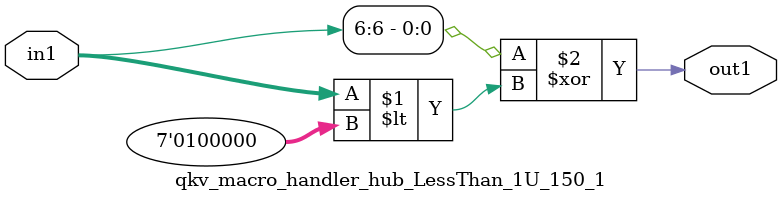
<source format=v>

`timescale 1ps / 1ps


module qkv_macro_handler_hub_LessThan_1U_150_1( in1, out1 );

    input [6:0] in1;
    output out1;

    
    // rtl_process:qkv_macro_handler_hub_LessThan_1U_35_1/qkv_macro_handler_hub_LessThan_1U_35_1_thread_1
    assign out1 = (in1[6] ^ in1 < 7'd032);

endmodule





</source>
